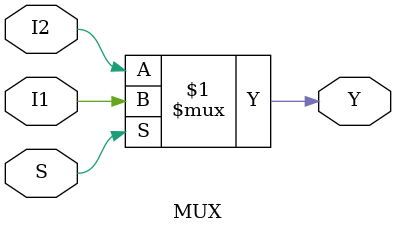
<source format=v>
/*Componente: 74AUP1G157 Low-power 2-input multiplexer
	Costo: Parte 74AUP1G157GF a $0.5463, la unidad.
  La Hoja del Fabricante pone solo un tiempo de propagacion para describir el paso
  de la señal desde alguna de las entradas a la salida, para C_load = 15 pF y
  Vcc = 3 V a 3.6 V:
    t_min = 1.9 ns
    t_typ = 3.2 ns
    t_max = 4.5 ns
    segun  la hoja del fabricante, los rangos de tiempos son iguales para paso
    de nivel bajo a alto como de alto a bajo.
*/
`timescale 1ns/1ps

//Definicion de los retardos para el Mux
//`define tpdmin_mux 1
//`define tpdtyp_mux 3.2
//`define tpdmax_mux 4.5

module MUX (input S, input I1, input I2, output Y);

  integer cont_mux = 0;

  assign /*#(`tpdmin_mux:`tpdtyp_mux:`tpdmax_mux)*/ #(1:3.2:4.5) Y = (S) ? I1:I2;

  //Se consume energía en las transiciones de 0 a 1 de la salida
  always @ ( posedge Y ) begin
    cont_mux = cont_mux +1;
  end

endmodule//

</source>
